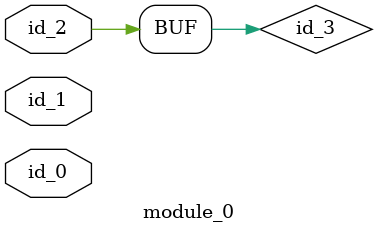
<source format=v>
module module_0 (
    input id_0,
    input id_1,
    input id_2
);
  assign id_3 = id_2;
endmodule

</source>
